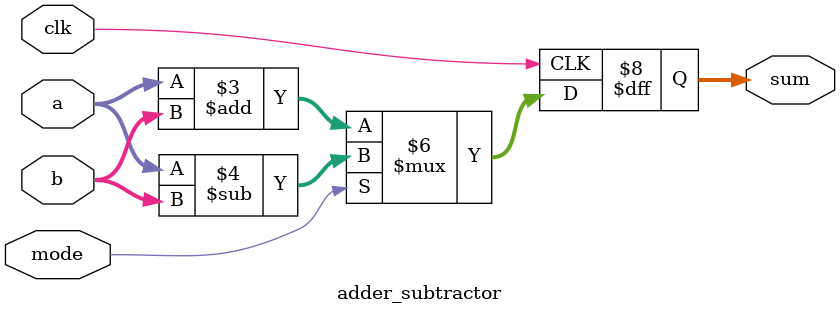
<source format=sv>
module adder_subtractor (
  input wire clk,
  input wire mode,
  input wire [31:0] a,
  input wire [31:0] b,
  output reg [31:0] sum
);

  always @(posedge clk) begin
    if (mode == 1'b0)
      sum <= a + b;
    else
      sum <= a - b;
  end

endmodule
</source>
